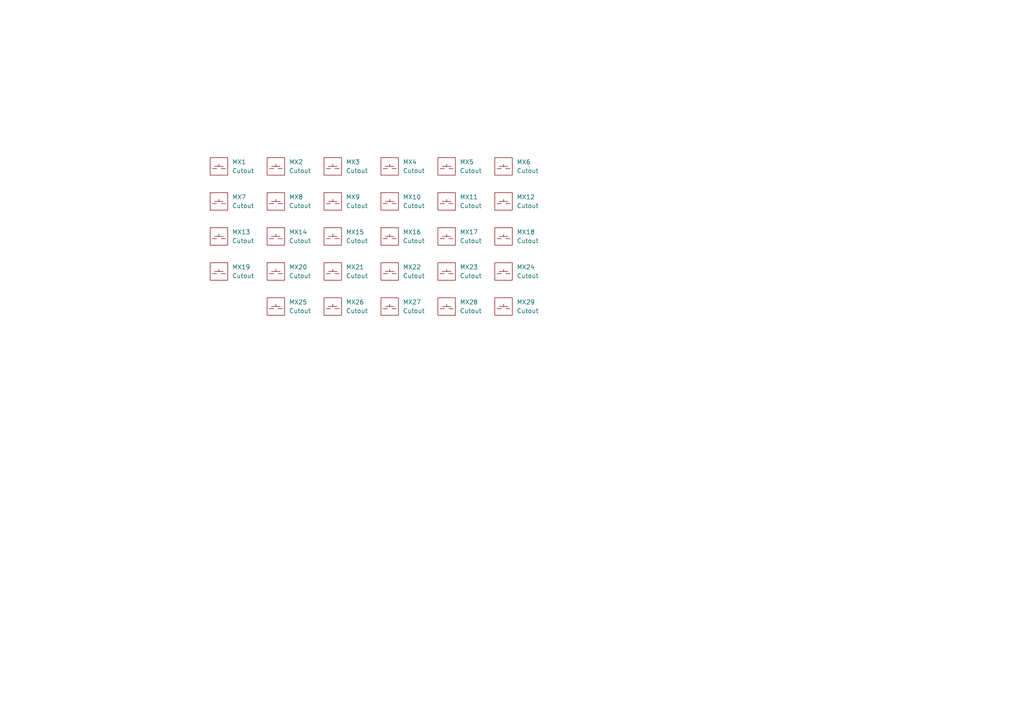
<source format=kicad_sch>
(kicad_sch (version 20231120) (generator "eeschema") (generator_version "8.0")
  (paper "A4")
  (lib_symbols
    (symbol "lib-zegonix:MX-SW-1u-Plate-Cutout"
      (property "Reference" "MX" (at 0 3.81 0))
      (property "Value" "Cutout" (at 0 -3.81 0))
      (symbol "MX-SW-1u-Plate-Cutout_0_1"
        (rectangle (start -2.54 2.54) (end 2.54 -2.54))
        (polyline (pts (xy -1.905 -0.635) (xy -0.635 -0.635)))
        (polyline (pts (xy -1.27 0) (xy 1.27 0)))
        (polyline (pts (xy 0 0.635) (xy 0 0)))
        (polyline (pts (xy 0.635 -0.635) (xy 1.905 -0.635)))
      )
    )
  )
  (symbol (lib_id "lib-zegonix:MX-SW-1u-Plate-Cutout") (at 113.03 78.74 0) (unit 1)
    (property "Reference" "MX22" (at 116.84 77.4699 0) (effects (justify left)))
    (property "Value" "Cutout" (at 116.84 80.0099 0) (effects (justify left)))
    (property "Footprint" "lib-zegonix:MX-SW-1u-Plate-Cutout" (effects (hide yes)))
  )
  (symbol (lib_id "lib-zegonix:MX-SW-1u-Plate-Cutout") (at 146.05 88.9 0) (unit 1)
    (property "Reference" "MX29" (at 149.86 87.6299 0) (effects (justify left)))
    (property "Value" "Cutout" (at 149.86 90.1699 0) (effects (justify left)))
    (property "Footprint" "lib-zegonix:MX-SW-1u-Plate-Cutout" (effects (hide yes)))
  )
  (symbol (lib_id "lib-zegonix:MX-SW-1u-Plate-Cutout") (at 129.54 78.74 0) (unit 1)
    (property "Reference" "MX23" (at 133.35 77.4699 0) (effects (justify left)))
    (property "Value" "Cutout" (at 133.35 80.0099 0) (effects (justify left)))
    (property "Footprint" "lib-zegonix:MX-SW-1u-Plate-Cutout" (effects (hide yes)))
  )
  (symbol (lib_id "lib-zegonix:MX-SW-1u-Plate-Cutout") (at 113.03 58.42 0) (unit 1)
    (property "Reference" "MX10" (at 116.84 57.1499 0) (effects (justify left)))
    (property "Value" "Cutout" (at 116.84 59.6899 0) (effects (justify left)))
    (property "Footprint" "lib-zegonix:MX-SW-1u-Plate-Cutout" (effects (hide yes)))
  )
  (symbol (lib_id "lib-zegonix:MX-SW-1u-Plate-Cutout") (at 80.01 58.42 0) (unit 1)
    (property "Reference" "MX8" (at 83.82 57.1499 0) (effects (justify left)))
    (property "Value" "Cutout" (at 83.82 59.6899 0) (effects (justify left)))
    (property "Footprint" "lib-zegonix:MX-SW-1u-Plate-Cutout" (effects (hide yes)))
  )
  (symbol (lib_id "lib-zegonix:MX-SW-1u-Plate-Cutout") (at 113.03 88.9 0) (unit 1)
    (property "Reference" "MX27" (at 116.84 87.6299 0) (effects (justify left)))
    (property "Value" "Cutout" (at 116.84 90.1699 0) (effects (justify left)))
    (property "Footprint" "lib-zegonix:MX-SW-1u-Plate-Cutout" (effects (hide yes)))
  )
  (symbol (lib_id "lib-zegonix:MX-SW-1u-Plate-Cutout") (at 63.5 68.58 0) (unit 1)
    (property "Reference" "MX13" (at 67.31 67.3099 0) (effects (justify left)))
    (property "Value" "Cutout" (at 67.31 69.8499 0) (effects (justify left)))
    (property "Footprint" "lib-zegonix:MX-SW-1u-Plate-Cutout" (effects (hide yes)))
  )
  (symbol (lib_id "lib-zegonix:MX-SW-1u-Plate-Cutout") (at 80.01 78.74 0) (unit 1)
    (property "Reference" "MX20" (at 83.82 77.4699 0) (effects (justify left)))
    (property "Value" "Cutout" (at 83.82 80.0099 0) (effects (justify left)))
    (property "Footprint" "lib-zegonix:MX-SW-1u-Plate-Cutout" (effects (hide yes)))
  )
  (symbol (lib_id "lib-zegonix:MX-SW-1u-Plate-Cutout") (at 63.5 48.26 0) (unit 1)
    (property "Reference" "MX1" (at 67.31 46.9899 0) (effects (justify left)))
    (property "Value" "Cutout" (at 67.31 49.5299 0) (effects (justify left)))
    (property "Footprint" "lib-zegonix:MX-SW-1u-Plate-Cutout" (effects (hide yes)))
  )
  (symbol (lib_id "lib-zegonix:MX-SW-1u-Plate-Cutout") (at 146.05 58.42 0) (unit 1)
    (property "Reference" "MX12" (at 149.86 57.1499 0) (effects (justify left)))
    (property "Value" "Cutout" (at 149.86 59.6899 0) (effects (justify left)))
    (property "Footprint" "lib-zegonix:MX-SW-1u-Plate-Cutout" (effects (hide yes)))
  )
  (symbol (lib_id "lib-zegonix:MX-SW-1u-Plate-Cutout") (at 63.5 58.42 0) (unit 1)
    (property "Reference" "MX7" (at 67.31 57.1499 0) (effects (justify left)))
    (property "Value" "Cutout" (at 67.31 59.6899 0) (effects (justify left)))
    (property "Footprint" "lib-zegonix:MX-SW-1u-Plate-Cutout" (effects (hide yes)))
  )
  (symbol (lib_id "lib-zegonix:MX-SW-1u-Plate-Cutout") (at 80.01 68.58 0) (unit 1)
    (property "Reference" "MX14" (at 83.82 67.3099 0) (effects (justify left)))
    (property "Value" "Cutout" (at 83.82 69.8499 0) (effects (justify left)))
    (property "Footprint" "lib-zegonix:MX-SW-1u-Plate-Cutout" (effects (hide yes)))
  )
  (symbol (lib_id "lib-zegonix:MX-SW-1u-Plate-Cutout") (at 96.52 78.74 0) (unit 1)
    (property "Reference" "MX21" (at 100.33 77.4699 0) (effects (justify left)))
    (property "Value" "Cutout" (at 100.33 80.0099 0) (effects (justify left)))
    (property "Footprint" "lib-zegonix:MX-SW-1u-Plate-Cutout" (effects (hide yes)))
  )
  (symbol (lib_id "lib-zegonix:MX-SW-1u-Plate-Cutout") (at 80.01 48.26 0) (unit 1)
    (property "Reference" "MX2" (at 83.82 46.9899 0) (effects (justify left)))
    (property "Value" "Cutout" (at 83.82 49.5299 0) (effects (justify left)))
    (property "Footprint" "lib-zegonix:MX-SW-1u-Plate-Cutout" (effects (hide yes)))
  )
  (symbol (lib_id "lib-zegonix:MX-SW-1u-Plate-Cutout") (at 129.54 48.26 0) (unit 1)
    (property "Reference" "MX5" (at 133.35 46.9899 0) (effects (justify left)))
    (property "Value" "Cutout" (at 133.35 49.5299 0) (effects (justify left)))
    (property "Footprint" "lib-zegonix:MX-SW-1u-Plate-Cutout" (effects (hide yes)))
  )
  (symbol (lib_id "lib-zegonix:MX-SW-1u-Plate-Cutout") (at 146.05 68.58 0) (unit 1)
    (property "Reference" "MX18" (at 149.86 67.3099 0) (effects (justify left)))
    (property "Value" "Cutout" (at 149.86 69.8499 0) (effects (justify left)))
    (property "Footprint" "lib-zegonix:MX-SW-1u-Plate-Cutout" (effects (hide yes)))
  )
  (symbol (lib_id "lib-zegonix:MX-SW-1u-Plate-Cutout") (at 146.05 48.26 0) (unit 1)
    (property "Reference" "MX6" (at 149.86 46.9899 0) (effects (justify left)))
    (property "Value" "Cutout" (at 149.86 49.5299 0) (effects (justify left)))
    (property "Footprint" "lib-zegonix:MX-SW-1u-Plate-Cutout" (effects (hide yes)))
  )
  (symbol (lib_id "lib-zegonix:MX-SW-1u-Plate-Cutout") (at 129.54 88.9 0) (unit 1)
    (property "Reference" "MX28" (at 133.35 87.6299 0) (effects (justify left)))
    (property "Value" "Cutout" (at 133.35 90.1699 0) (effects (justify left)))
    (property "Footprint" "lib-zegonix:MX-SW-1u-Plate-Cutout" (effects (hide yes)))
  )
  (symbol (lib_id "lib-zegonix:MX-SW-1u-Plate-Cutout") (at 146.05 78.74 0) (unit 1)
    (property "Reference" "MX24" (at 149.86 77.4699 0) (effects (justify left)))
    (property "Value" "Cutout" (at 149.86 80.0099 0) (effects (justify left)))
    (property "Footprint" "lib-zegonix:MX-SW-1u-Plate-Cutout" (effects (hide yes)))
  )
  (symbol (lib_id "lib-zegonix:MX-SW-1u-Plate-Cutout") (at 129.54 58.42 0) (unit 1)
    (property "Reference" "MX11" (at 133.35 57.1499 0) (effects (justify left)))
    (property "Value" "Cutout" (at 133.35 59.6899 0) (effects (justify left)))
    (property "Footprint" "lib-zegonix:MX-SW-1u-Plate-Cutout" (effects (hide yes)))
  )
  (symbol (lib_id "lib-zegonix:MX-SW-1u-Plate-Cutout") (at 80.01 88.9 0) (unit 1)
    (property "Reference" "MX25" (at 83.82 87.6299 0) (effects (justify left)))
    (property "Value" "Cutout" (at 83.82 90.1699 0) (effects (justify left)))
    (property "Footprint" "lib-zegonix:MX-SW-1u-Plate-Cutout" (effects (hide yes)))
  )
  (symbol (lib_id "lib-zegonix:MX-SW-1u-Plate-Cutout") (at 96.52 68.58 0) (unit 1)
    (property "Reference" "MX15" (at 100.33 67.3099 0) (effects (justify left)))
    (property "Value" "Cutout" (at 100.33 69.8499 0) (effects (justify left)))
    (property "Footprint" "lib-zegonix:MX-SW-1u-Plate-Cutout" (effects (hide yes)))
  )
  (symbol (lib_id "lib-zegonix:MX-SW-1u-Plate-Cutout") (at 96.52 88.9 0) (unit 1)
    (property "Reference" "MX26" (at 100.33 87.6299 0) (effects (justify left)))
    (property "Value" "Cutout" (at 100.33 90.1699 0) (effects (justify left)))
    (property "Footprint" "lib-zegonix:MX-SW-1u-Plate-Cutout" (effects (hide yes)))
  )
  (symbol (lib_id "lib-zegonix:MX-SW-1u-Plate-Cutout") (at 96.52 48.26 0) (unit 1)
    (property "Reference" "MX3" (at 100.33 46.9899 0) (effects (justify left)))
    (property "Value" "Cutout" (at 100.33 49.5299 0) (effects (justify left)))
    (property "Footprint" "lib-zegonix:MX-SW-1u-Plate-Cutout" (effects (hide yes)))
  )
  (symbol (lib_id "lib-zegonix:MX-SW-1u-Plate-Cutout") (at 113.03 48.26 0) (unit 1)
    (property "Reference" "MX4" (at 116.84 46.9899 0) (effects (justify left)))
    (property "Value" "Cutout" (at 116.84 49.5299 0) (effects (justify left)))
    (property "Footprint" "lib-zegonix:MX-SW-1u-Plate-Cutout" (effects (hide yes)))
  )
  (symbol (lib_id "lib-zegonix:MX-SW-1u-Plate-Cutout") (at 96.52 58.42 0) (unit 1)
    (property "Reference" "MX9" (at 100.33 57.1499 0) (effects (justify left)))
    (property "Value" "Cutout" (at 100.33 59.6899 0) (effects (justify left)))
    (property "Footprint" "lib-zegonix:MX-SW-1u-Plate-Cutout" (effects (hide yes)))
  )
  (symbol (lib_id "lib-zegonix:MX-SW-1u-Plate-Cutout") (at 129.54 68.58 0) (unit 1)
    (property "Reference" "MX17" (at 133.35 67.3099 0) (effects (justify left)))
    (property "Value" "Cutout" (at 133.35 69.8499 0) (effects (justify left)))
    (property "Footprint" "lib-zegonix:MX-SW-1u-Plate-Cutout" (effects (hide yes)))
  )
  (symbol (lib_id "lib-zegonix:MX-SW-1u-Plate-Cutout") (at 113.03 68.58 0) (unit 1)
    (property "Reference" "MX16" (at 116.84 67.3099 0) (effects (justify left)))
    (property "Value" "Cutout" (at 116.84 69.8499 0) (effects (justify left)))
    (property "Footprint" "lib-zegonix:MX-SW-1u-Plate-Cutout" (effects (hide yes)))
  )
  (symbol (lib_id "lib-zegonix:MX-SW-1u-Plate-Cutout") (at 63.5 78.74 0) (unit 1)
    (property "Reference" "MX19" (at 67.31 77.4699 0) (effects (justify left)))
    (property "Value" "Cutout" (at 67.31 80.0099 0) (effects (justify left)))
    (property "Footprint" "lib-zegonix:MX-SW-1u-Plate-Cutout" (effects (hide yes)))
  )
)
</source>
